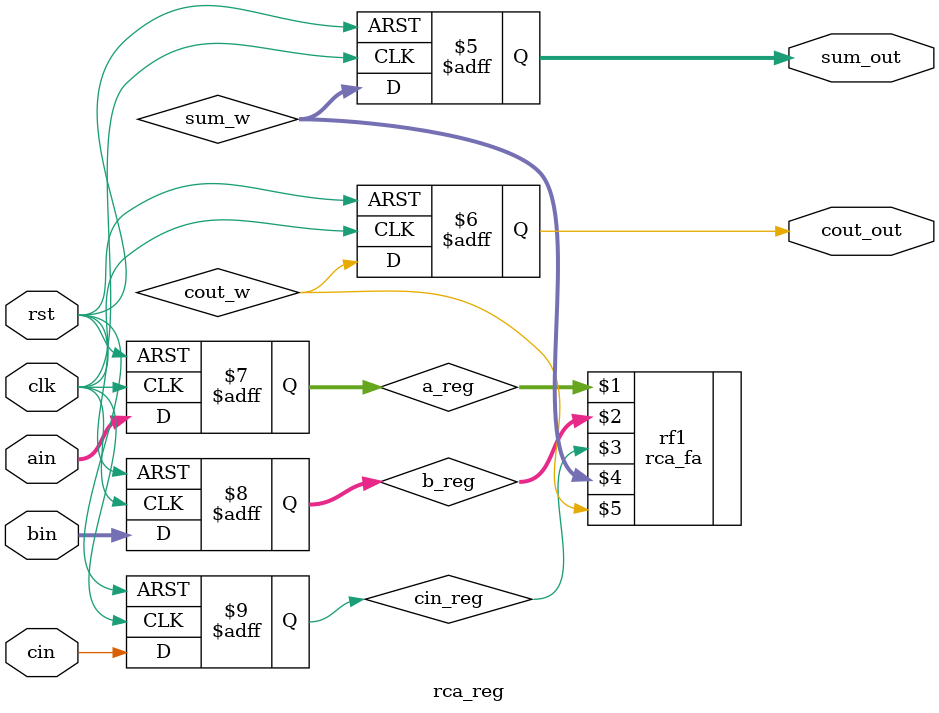
<source format=v>
`timescale 1ns / 1ps


module rca_reg(input clk,rst,cin,
input [3:0]ain,bin,
output reg [3:0] sum_out,
output reg cout_out);

reg[3:0] a_reg,b_reg;
reg cin_reg;
wire [3:0]sum_w;
wire cout_w;

always@(posedge clk or posedge rst) begin
if(rst==1'b1) begin
a_reg<=4'd0;
b_reg<=4'd0;
cin_reg<=1'b0;
end
else begin
a_reg<=ain;
b_reg<=bin;
cin_reg<=cin;
end
end
rca_fa rf1 (a_reg,b_reg,cin_reg,sum_w,cout_w);
always@(posedge clk or posedge rst) begin
if(rst==1'b1) begin
sum_out<=4'd0;
cout_out<=1'b0;
end
else begin
sum_out<=sum_w;
cout_out<=cout_w;
end
end
endmodule

</source>
